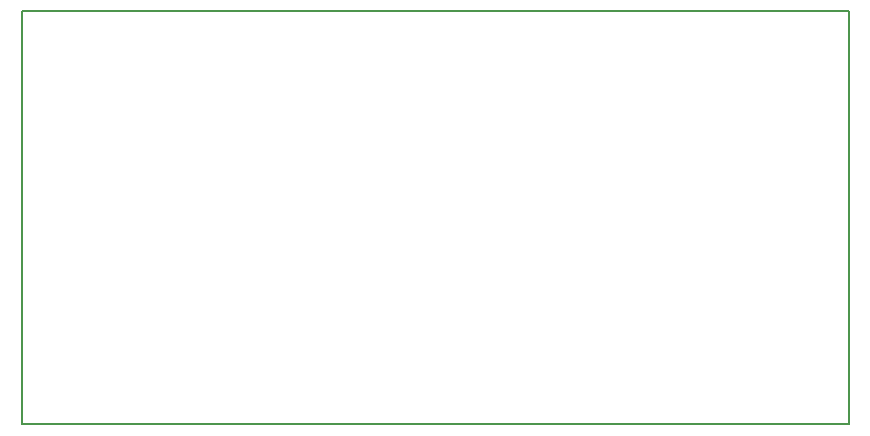
<source format=gm1>
%TF.GenerationSoftware,KiCad,Pcbnew,8.0.1*%
%TF.CreationDate,2024-09-25T00:59:11+02:00*%
%TF.ProjectId,speckle_amp_pcb_rev1,73706563-6b6c-4655-9f61-6d705f706362,rev?*%
%TF.SameCoordinates,Original*%
%TF.FileFunction,Profile,NP*%
%FSLAX46Y46*%
G04 Gerber Fmt 4.6, Leading zero omitted, Abs format (unit mm)*
G04 Created by KiCad (PCBNEW 8.0.1) date 2024-09-25 00:59:11*
%MOMM*%
%LPD*%
G01*
G04 APERTURE LIST*
%TA.AperFunction,Profile*%
%ADD10C,0.200000*%
%TD*%
G04 APERTURE END LIST*
D10*
X146350000Y-87600000D02*
X216350000Y-87600000D01*
X216350000Y-122600000D01*
X146350000Y-122600000D01*
X146350000Y-87600000D01*
M02*

</source>
